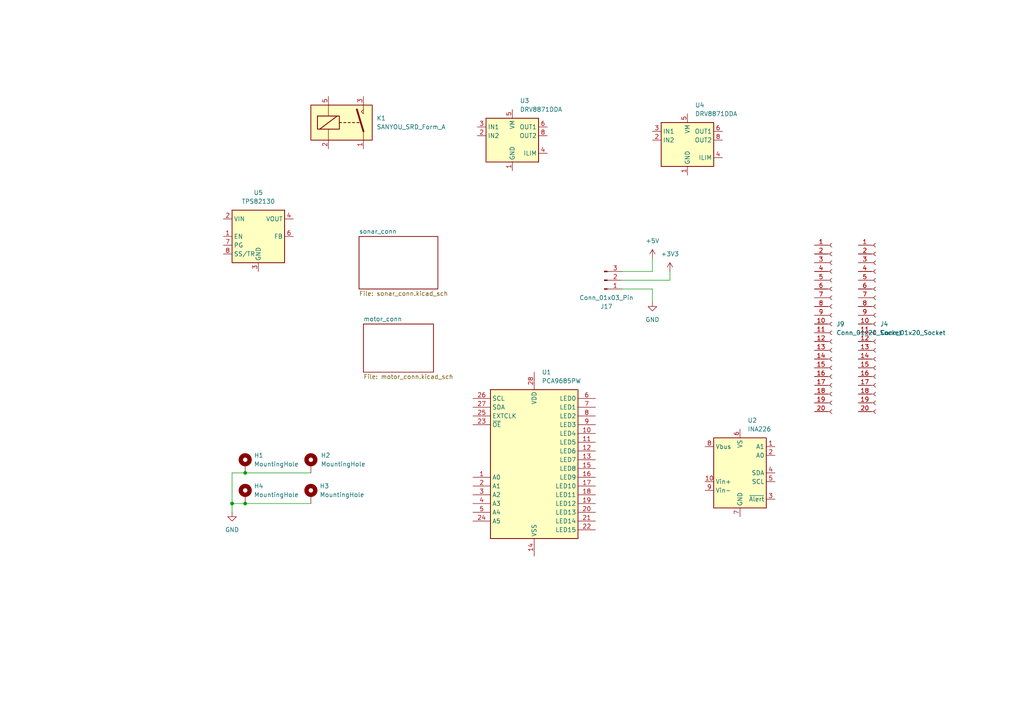
<source format=kicad_sch>
(kicad_sch (version 20231120) (generator "eeschema") (generator_version "8.0")
  (paper "A4")
  (lib_symbols
    (symbol "Connector:Conn_01x03_Pin" (pin_names (offset 1.016) hide)
      (property "Reference" "J" (at 0 5.08 0))
      (property "Value" "Conn_01x03_Pin" (at 0 -5.08 0))
      (symbol "Conn_01x03_Pin_1_1"
        (polyline (pts (xy 1.27 -2.54) (xy 0.8636 -2.54)) (stroke (width 0.1524)))
        (polyline (pts (xy 1.27 0) (xy 0.8636 0)) (stroke (width 0.1524)))
        (polyline (pts (xy 1.27 2.54) (xy 0.8636 2.54)) (stroke (width 0.1524)))
        (rectangle (start 0.8636 -2.413) (end 0 -2.667) (stroke (width 0.1524)) (fill (type outline)))
        (rectangle (start 0.8636 0.127) (end 0 -0.127) (stroke (width 0.1524)) (fill (type outline)))
        (rectangle (start 0.8636 2.667) (end 0 2.413) (stroke (width 0.1524)) (fill (type outline)))
        (pin passive line (at 5.08 2.54 180) (length 3.81) (name "Pin_1") (number "1"))
        (pin passive line (at 5.08 0 180) (length 3.81) (name "Pin_2") (number "2"))
        (pin passive line (at 5.08 -2.54 180) (length 3.81) (name "Pin_3") (number "3"))
      )
    )
    (symbol "Connector:Conn_01x20_Socket" (pin_names (offset 1.016) hide)
      (property "Reference" "J" (at 0 25.4 0))
      (property "Value" "Conn_01x20_Socket" (at 0 -27.94 0))
      (symbol "Conn_01x20_Socket_1_1"
        (arc (start 0 -24.892) (mid -0.5058 -25.4) (end 0 -25.908) (stroke (width 0.1524)))
        (arc (start 0 -22.352) (mid -0.5058 -22.86) (end 0 -23.368) (stroke (width 0.1524)))
        (arc (start 0 -19.812) (mid -0.5058 -20.32) (end 0 -20.828) (stroke (width 0.1524)))
        (arc (start 0 -17.272) (mid -0.5058 -17.78) (end 0 -18.288) (stroke (width 0.1524)))
        (arc (start 0 -14.732) (mid -0.5058 -15.24) (end 0 -15.748) (stroke (width 0.1524)))
        (arc (start 0 -12.192) (mid -0.5058 -12.7) (end 0 -13.208) (stroke (width 0.1524)))
        (arc (start 0 -9.652) (mid -0.5058 -10.16) (end 0 -10.668) (stroke (width 0.1524)))
        (arc (start 0 -7.112) (mid -0.5058 -7.62) (end 0 -8.128) (stroke (width 0.1524)))
        (arc (start 0 -4.572) (mid -0.5058 -5.08) (end 0 -5.588) (stroke (width 0.1524)))
        (arc (start 0 -2.032) (mid -0.5058 -2.54) (end 0 -3.048) (stroke (width 0.1524)))
        (polyline (pts (xy -1.27 -25.4) (xy -0.508 -25.4)) (stroke (width 0.1524)))
        (polyline (pts (xy -1.27 -22.86) (xy -0.508 -22.86)) (stroke (width 0.1524)))
        (polyline (pts (xy -1.27 -20.32) (xy -0.508 -20.32)) (stroke (width 0.1524)))
        (polyline (pts (xy -1.27 -17.78) (xy -0.508 -17.78)) (stroke (width 0.1524)))
        (polyline (pts (xy -1.27 -15.24) (xy -0.508 -15.24)) (stroke (width 0.1524)))
        (polyline (pts (xy -1.27 -12.7) (xy -0.508 -12.7)) (stroke (width 0.1524)))
        (polyline (pts (xy -1.27 -10.16) (xy -0.508 -10.16)) (stroke (width 0.1524)))
        (polyline (pts (xy -1.27 -7.62) (xy -0.508 -7.62)) (stroke (width 0.1524)))
        (polyline (pts (xy -1.27 -5.08) (xy -0.508 -5.08)) (stroke (width 0.1524)))
        (polyline (pts (xy -1.27 -2.54) (xy -0.508 -2.54)) (stroke (width 0.1524)))
        (polyline (pts (xy -1.27 0) (xy -0.508 0)) (stroke (width 0.1524)))
        (polyline (pts (xy -1.27 2.54) (xy -0.508 2.54)) (stroke (width 0.1524)))
        (polyline (pts (xy -1.27 5.08) (xy -0.508 5.08)) (stroke (width 0.1524)))
        (polyline (pts (xy -1.27 7.62) (xy -0.508 7.62)) (stroke (width 0.1524)))
        (polyline (pts (xy -1.27 10.16) (xy -0.508 10.16)) (stroke (width 0.1524)))
        (polyline (pts (xy -1.27 12.7) (xy -0.508 12.7)) (stroke (width 0.1524)))
        (polyline (pts (xy -1.27 15.24) (xy -0.508 15.24)) (stroke (width 0.1524)))
        (polyline (pts (xy -1.27 17.78) (xy -0.508 17.78)) (stroke (width 0.1524)))
        (polyline (pts (xy -1.27 20.32) (xy -0.508 20.32)) (stroke (width 0.1524)))
        (polyline (pts (xy -1.27 22.86) (xy -0.508 22.86)) (stroke (width 0.1524)))
        (arc (start 0 0.508) (mid -0.5058 0) (end 0 -0.508) (stroke (width 0.1524)))
        (arc (start 0 3.048) (mid -0.5058 2.54) (end 0 2.032) (stroke (width 0.1524)))
        (arc (start 0 5.588) (mid -0.5058 5.08) (end 0 4.572) (stroke (width 0.1524)))
        (arc (start 0 8.128) (mid -0.5058 7.62) (end 0 7.112) (stroke (width 0.1524)))
        (arc (start 0 10.668) (mid -0.5058 10.16) (end 0 9.652) (stroke (width 0.1524)))
        (arc (start 0 13.208) (mid -0.5058 12.7) (end 0 12.192) (stroke (width 0.1524)))
        (arc (start 0 15.748) (mid -0.5058 15.24) (end 0 14.732) (stroke (width 0.1524)))
        (arc (start 0 18.288) (mid -0.5058 17.78) (end 0 17.272) (stroke (width 0.1524)))
        (arc (start 0 20.828) (mid -0.5058 20.32) (end 0 19.812) (stroke (width 0.1524)))
        (arc (start 0 23.368) (mid -0.5058 22.86) (end 0 22.352) (stroke (width 0.1524)))
        (pin passive line (at -5.08 22.86 0) (length 3.81) (name "Pin_1") (number "1"))
        (pin passive line (at -5.08 0 0) (length 3.81) (name "Pin_10") (number "10"))
        (pin passive line (at -5.08 -2.54 0) (length 3.81) (name "Pin_11") (number "11"))
        (pin passive line (at -5.08 -5.08 0) (length 3.81) (name "Pin_12") (number "12"))
        (pin passive line (at -5.08 -7.62 0) (length 3.81) (name "Pin_13") (number "13"))
        (pin passive line (at -5.08 -10.16 0) (length 3.81) (name "Pin_14") (number "14"))
        (pin passive line (at -5.08 -12.7 0) (length 3.81) (name "Pin_15") (number "15"))
        (pin passive line (at -5.08 -15.24 0) (length 3.81) (name "Pin_16") (number "16"))
        (pin passive line (at -5.08 -17.78 0) (length 3.81) (name "Pin_17") (number "17"))
        (pin passive line (at -5.08 -20.32 0) (length 3.81) (name "Pin_18") (number "18"))
        (pin passive line (at -5.08 -22.86 0) (length 3.81) (name "Pin_19") (number "19"))
        (pin passive line (at -5.08 20.32 0) (length 3.81) (name "Pin_2") (number "2"))
        (pin passive line (at -5.08 -25.4 0) (length 3.81) (name "Pin_20") (number "20"))
        (pin passive line (at -5.08 17.78 0) (length 3.81) (name "Pin_3") (number "3"))
        (pin passive line (at -5.08 15.24 0) (length 3.81) (name "Pin_4") (number "4"))
        (pin passive line (at -5.08 12.7 0) (length 3.81) (name "Pin_5") (number "5"))
        (pin passive line (at -5.08 10.16 0) (length 3.81) (name "Pin_6") (number "6"))
        (pin passive line (at -5.08 7.62 0) (length 3.81) (name "Pin_7") (number "7"))
        (pin passive line (at -5.08 5.08 0) (length 3.81) (name "Pin_8") (number "8"))
        (pin passive line (at -5.08 2.54 0) (length 3.81) (name "Pin_9") (number "9"))
      )
    )
    (symbol "Driver_LED:PCA9685PW"
      (property "Reference" "U" (at -12.7 22.225 0))
      (property "Value" "PCA9685PW" (at 1.27 22.225 0))
      (symbol "PCA9685PW_0_1"
        (rectangle (start -12.7 20.32) (end 12.7 -22.86) (stroke (width 0.254)) (fill (type background)))
      )
      (symbol "PCA9685PW_1_1"
        (pin input line (at -17.78 -5.08 0) (length 5.08) (name "A0") (number "1"))
        (pin output line (at 17.78 7.62 180) (length 5.08) (name "LED4") (number "10"))
        (pin output line (at 17.78 5.08 180) (length 5.08) (name "LED5") (number "11"))
        (pin output line (at 17.78 2.54 180) (length 5.08) (name "LED6") (number "12"))
        (pin output line (at 17.78 0 180) (length 5.08) (name "LED7") (number "13"))
        (pin power_in line (at 0 -27.94 90) (length 5.08) (name "VSS") (number "14"))
        (pin output line (at 17.78 -2.54 180) (length 5.08) (name "LED8") (number "15"))
        (pin output line (at 17.78 -5.08 180) (length 5.08) (name "LED9") (number "16"))
        (pin output line (at 17.78 -7.62 180) (length 5.08) (name "LED10") (number "17"))
        (pin output line (at 17.78 -10.16 180) (length 5.08) (name "LED11") (number "18"))
        (pin output line (at 17.78 -12.7 180) (length 5.08) (name "LED12") (number "19"))
        (pin input line (at -17.78 -7.62 0) (length 5.08) (name "A1") (number "2"))
        (pin output line (at 17.78 -15.24 180) (length 5.08) (name "LED13") (number "20"))
        (pin output line (at 17.78 -17.78 180) (length 5.08) (name "LED14") (number "21"))
        (pin output line (at 17.78 -20.32 180) (length 5.08) (name "LED15") (number "22"))
        (pin input line (at -17.78 10.16 0) (length 5.08) (name "~{OE}") (number "23"))
        (pin input line (at -17.78 -17.78 0) (length 5.08) (name "A5") (number "24"))
        (pin input line (at -17.78 12.7 0) (length 5.08) (name "EXTCLK") (number "25"))
        (pin input line (at -17.78 17.78 0) (length 5.08) (name "SCL") (number "26"))
        (pin bidirectional line (at -17.78 15.24 0) (length 5.08) (name "SDA") (number "27"))
        (pin power_in line (at 0 25.4 270) (length 5.08) (name "VDD") (number "28"))
        (pin input line (at -17.78 -10.16 0) (length 5.08) (name "A2") (number "3"))
        (pin input line (at -17.78 -12.7 0) (length 5.08) (name "A3") (number "4"))
        (pin input line (at -17.78 -15.24 0) (length 5.08) (name "A4") (number "5"))
        (pin output line (at 17.78 17.78 180) (length 5.08) (name "LED0") (number "6"))
        (pin output line (at 17.78 15.24 180) (length 5.08) (name "LED1") (number "7"))
        (pin output line (at 17.78 12.7 180) (length 5.08) (name "LED2") (number "8"))
        (pin output line (at 17.78 10.16 180) (length 5.08) (name "LED3") (number "9"))
      )
    )
    (symbol "Driver_Motor:DRV8871DDA"
      (property "Reference" "U" (at -6.35 6.35 0))
      (property "Value" "DRV8871DDA" (at 8.89 6.35 0))
      (symbol "DRV8871DDA_0_1"
        (rectangle (start -7.62 5.08) (end 7.62 -7.62) (stroke (width 0.254)) (fill (type background)))
      )
      (symbol "DRV8871DDA_1_1"
        (pin power_in line (at 0 -10.16 90) (length 2.54) (name "GND") (number "1"))
        (pin input line (at -10.16 0 0) (length 2.54) (name "IN2") (number "2"))
        (pin input line (at -10.16 2.54 0) (length 2.54) (name "IN1") (number "3"))
        (pin passive line (at 10.16 -5.08 180) (length 2.54) (name "ILIM") (number "4"))
        (pin power_in line (at 0 7.62 270) (length 2.54) (name "VM") (number "5"))
        (pin output line (at 10.16 2.54 180) (length 2.54) (name "OUT1") (number "6"))
        (pin passive line (at 0 -10.16 90) (length 2.54) hide (name "GND") (number "7"))
        (pin output line (at 10.16 0 180) (length 2.54) (name "OUT2") (number "8"))
        (pin passive line (at 0 -10.16 90) (length 2.54) hide (name "GND") (number "9"))
      )
    )
    (symbol "Mechanical:MountingHole_Pad" (pin_numbers hide) (pin_names (offset 1.016) hide)
      (property "Reference" "H" (at 0 6.35 0))
      (property "Value" "MountingHole_Pad" (at 0 4.445 0))
      (symbol "MountingHole_Pad_0_1"
        (circle (center 0 1.27) (radius 1.27) (stroke (width 1.27)))
      )
      (symbol "MountingHole_Pad_1_1"
        (pin input line (at 0 -2.54 90) (length 2.54) (name "1") (number "1"))
      )
    )
    (symbol "Regulator_Switching:TPS82130"
      (property "Reference" "U" (at 1.27 11.43 0))
      (property "Value" "TPS82130" (at 5.08 8.89 0))
      (symbol "TPS82130_0_1"
        (rectangle (start -7.62 7.62) (end 7.62 -7.62) (stroke (width 0.254)) (fill (type background)))
      )
      (symbol "TPS82130_1_1"
        (pin input line (at -10.16 0 0) (length 2.54) (name "EN") (number "1"))
        (pin power_in line (at -10.16 5.08 0) (length 2.54) (name "VIN") (number "2"))
        (pin power_in line (at 0 -10.16 90) (length 2.54) (name "GND") (number "3"))
        (pin power_out line (at 10.16 5.08 180) (length 2.54) (name "VOUT") (number "4"))
        (pin passive line (at 10.16 5.08 180) (length 2.54) hide (name "VOUT") (number "5"))
        (pin input line (at 10.16 0 180) (length 2.54) (name "FB") (number "6"))
        (pin open_collector line (at -10.16 -2.54 0) (length 2.54) (name "PG") (number "7"))
        (pin input line (at -10.16 -5.08 0) (length 2.54) (name "SS/TR") (number "8"))
        (pin passive line (at 0 -10.16 90) (length 2.54) hide (name "GND") (number "9"))
      )
    )
    (symbol "Relay:SANYOU_SRD_Form_A"
      (property "Reference" "K" (at 8.89 3.81 0))
      (property "Value" "SANYOU_SRD_Form_A" (at 8.89 1.27 0))
      (symbol "SANYOU_SRD_Form_A_0_0"
        (polyline (pts (xy 5.08 5.08) (xy 5.08 2.54) (xy 4.445 3.175) (xy 5.08 3.81)))
      )
      (symbol "SANYOU_SRD_Form_A_0_1"
        (rectangle (start -10.16 5.08) (end 7.62 -5.08) (stroke (width 0.254)) (fill (type background)))
        (rectangle (start -8.255 1.905) (end -1.905 -1.905) (stroke (width 0.254)))
        (polyline (pts (xy -7.62 -1.905) (xy -2.54 1.905)) (stroke (width 0.254)))
        (polyline (pts (xy -5.08 -5.08) (xy -5.08 -1.905)))
        (polyline (pts (xy -5.08 5.08) (xy -5.08 1.905)))
        (polyline (pts (xy -1.905 0) (xy -1.27 0)) (stroke (width 0.254)))
        (polyline (pts (xy -0.635 0) (xy 0 0)) (stroke (width 0.254)))
        (polyline (pts (xy 0.635 0) (xy 1.27 0)) (stroke (width 0.254)))
        (polyline (pts (xy 1.905 0) (xy 2.54 0)) (stroke (width 0.254)))
        (polyline (pts (xy 3.175 0) (xy 3.81 0)) (stroke (width 0.254)))
        (polyline (pts (xy 5.08 -2.54) (xy 3.175 3.81)) (stroke (width 0.508)))
        (polyline (pts (xy 5.08 -2.54) (xy 5.08 -5.08)))
      )
      (symbol "SANYOU_SRD_Form_A_1_1"
        (pin passive line (at 5.08 -7.62 90) (length 2.54) (name "~") (number "1"))
        (pin passive line (at -5.08 -7.62 90) (length 2.54) (name "~") (number "2"))
        (pin passive line (at 5.08 7.62 270) (length 2.54) (name "~") (number "3"))
        (pin passive line (at -5.08 7.62 270) (length 2.54) (name "~") (number "5"))
      )
    )
    (symbol "Sensor_Energy:INA226"
      (property "Reference" "U" (at -6.35 11.43 0))
      (property "Value" "INA226" (at 3.81 11.43 0))
      (symbol "INA226_0_1"
        (rectangle (start 7.62 10.16) (end -7.62 -10.16) (stroke (width 0.254)) (fill (type background)))
      )
      (symbol "INA226_1_1"
        (pin input line (at 10.16 7.62 180) (length 2.54) (name "A1") (number "1"))
        (pin input line (at -10.16 -2.54 0) (length 2.54) (name "Vin+") (number "10"))
        (pin input line (at 10.16 5.08 180) (length 2.54) (name "A0") (number "2"))
        (pin open_collector line (at 10.16 -7.62 180) (length 2.54) (name "~{Alert}") (number "3"))
        (pin bidirectional line (at 10.16 0 180) (length 2.54) (name "SDA") (number "4"))
        (pin input line (at 10.16 -2.54 180) (length 2.54) (name "SCL") (number "5"))
        (pin power_in line (at 0 12.7 270) (length 2.54) (name "VS") (number "6"))
        (pin power_in line (at 0 -12.7 90) (length 2.54) (name "GND") (number "7"))
        (pin input line (at -10.16 7.62 0) (length 2.54) (name "Vbus") (number "8"))
        (pin input line (at -10.16 -5.08 0) (length 2.54) (name "Vin-") (number "9"))
      )
    )
    (symbol "power:+3V3" (power) (pin_names (offset 0))
      (property "Value" "+3V3" (at 0 3.556 0))
      (symbol "+3V3_0_1"
        (polyline (pts (xy -0.762 1.27) (xy 0 2.54)))
        (polyline (pts (xy 0 0) (xy 0 2.54)))
        (polyline (pts (xy 0 2.54) (xy 0.762 1.27)))
      )
      (symbol "+3V3_1_1"
        (pin power_in line (at 0 0 90) (length 0) hide (name "+3V3") (number "1"))
      )
    )
    (symbol "power:+5V" (power) (pin_names (offset 0))
      (property "Value" "+5V" (at 0 3.556 0))
      (symbol "+5V_0_1"
        (polyline (pts (xy -0.762 1.27) (xy 0 2.54)))
        (polyline (pts (xy 0 0) (xy 0 2.54)))
        (polyline (pts (xy 0 2.54) (xy 0.762 1.27)))
      )
      (symbol "+5V_1_1"
        (pin power_in line (at 0 0 90) (length 0) hide (name "+5V") (number "1"))
      )
    )
    (symbol "power:GND" (power) (pin_names (offset 0))
      (property "Value" "GND" (at 0 -3.81 0))
      (symbol "GND_0_1"
        (polyline (pts (xy 0 0) (xy 0 -1.27) (xy 1.27 -1.27) (xy 0 -2.54) (xy -1.27 -1.27) (xy 0 -1.27)))
      )
      (symbol "GND_1_1"
        (pin power_in line (at 0 0 270) (length 0) hide (name "GND") (number "1"))
      )
    )
  )
  (junction (at 71.12 137.16))
  (junction (at 71.12 146.05))
  (junction (at 67.31 146.05))
  (wire (pts (xy 67.31 146.05) (xy 71.12 146.05)))
  (wire (pts (xy 189.23 87.63) (xy 189.23 83.82)))
  (wire (pts (xy 71.12 137.16) (xy 90.17 137.16)))
  (wire (pts (xy 189.23 83.82) (xy 180.34 83.82)))
  (wire (pts (xy 67.31 137.16) (xy 71.12 137.16)))
  (wire (pts (xy 194.31 78.74) (xy 194.31 81.28)))
  (wire (pts (xy 180.34 78.74) (xy 189.23 78.74)))
  (wire (pts (xy 67.31 148.59) (xy 67.31 146.05)))
  (wire (pts (xy 67.31 146.05) (xy 67.31 137.16)))
  (wire (pts (xy 189.23 74.93) (xy 189.23 78.74)))
  (wire (pts (xy 71.12 146.05) (xy 90.17 146.05)))
  (wire (pts (xy 194.31 81.28) (xy 180.34 81.28)))
  (symbol (lib_id "Relay:SANYOU_SRD_Form_A") (at 100.33 35.56 0) (unit 1)
    (property "Reference" "K1" (at 109.22 34.2899 0) (effects (justify left)))
    (property "Value" "SANYOU_SRD_Form_A" (at 109.22 36.8299 0) (effects (justify left)))
    (property "Footprint" "Relay_THT:Relay_SPST_SANYOU_SRD_Series_Form_A" (effects (hide yes)))
    (property "Datasheet" "http://www.sanyourelay.ca/public/products/pdf/SRD.pdf" (effects (hide yes)))
    (property "Description" "Sanyo SRD relay, Single Pole Miniature Power Relay, Closing Contact" (effects (hide yes)))
  )
  (symbol (lib_id "Connector:Conn_01x20_Socket") (at 241.3 93.98 0) (unit 1)
    (property "Reference" "J9" (at 242.57 93.9799 0) (effects (justify left)))
    (property "Value" "Conn_01x20_Socket" (at 242.57 96.5199 0) (effects (justify left)))
    (property "Footprint" "Connector_PinHeader_2.54mm:PinHeader_1x20_P2.54mm_Vertical" (effects (hide yes)))
    (property "Description" "Generic connector, single row, 01x20, script generated" (effects (hide yes)))
  )
  (symbol (lib_id "Mechanical:MountingHole_Pad") (at 71.12 134.62 0) (unit 1)
    (property "Reference" "H1" (at 73.66 132.08 0) (effects (justify left)))
    (property "Value" "MountingHole" (at 73.66 134.62 0) (effects (justify left)))
    (property "Footprint" "MountingHole:MountingHole_3.2mm_M3_DIN965_Pad" (effects (hide yes)))
  )
  (symbol (lib_id "Driver_LED:PCA9685PW") (at 154.94 133.35 0) (unit 1)
    (property "Reference" "U1" (at 157.1341 107.95 0) (effects (justify left)))
    (property "Value" "PCA9685PW" (at 157.1341 110.49 0) (effects (justify left)))
    (property "Footprint" "Package_SO:TSSOP-28_4.4x9.7mm_P0.65mm" (effects (hide yes)))
    (property "Datasheet" "http://www.nxp.com/docs/en/data-sheet/PCA9685.pdf" (effects (hide yes)))
    (property "Description" "16-channel 12-bit PWM Fm+ I2C-bus LED controller RGBA TSSOP" (effects (hide yes)))
  )
  (symbol (lib_id "Mechanical:MountingHole_Pad") (at 71.12 143.51 0) (unit 1)
    (property "Reference" "H4" (at 73.66 140.97 0) (effects (justify left)))
    (property "Value" "MountingHole" (at 73.66 143.51 0) (effects (justify left)))
    (property "Footprint" "MountingHole:MountingHole_3.2mm_M3_DIN965_Pad" (effects (hide yes)))
  )
  (symbol (lib_id "Connector:Conn_01x03_Pin") (at 175.26 81.28 0) (mirror x) (unit 1)
    (property "Reference" "J17" (at 175.895 88.9 0))
    (property "Value" "Conn_01x03_Pin" (at 175.895 86.36 0))
    (property "Footprint" "Connector_JST:JST_XH_B3B-XH-A_1x03_P2.50mm_Vertical" (effects (hide yes)))
    (property "LCSC" "C144394" (effects (hide yes)))
  )
  (symbol (lib_id "power:GND") (at 189.23 87.63 0) (unit 1)
    (property "Reference" "#PWR023" (effects (hide yes)))
    (property "Value" "GND" (at 189.23 92.71 0))
  )
  (symbol (lib_id "Sensor_Energy:INA226") (at 214.63 137.16 0) (unit 1)
    (property "Reference" "U2" (at 216.8241 121.92 0) (effects (justify left)))
    (property "Value" "INA226" (at 216.8241 124.46 0) (effects (justify left)))
    (property "Footprint" "Package_SO:VSSOP-10_3x3mm_P0.5mm" (effects (hide yes)))
    (property "Datasheet" "http://www.ti.com/lit/ds/symlink/ina226.pdf" (effects (hide yes)))
    (property "Description" "High-Side or Low-Side Measurement, Bi-Directional Current and Power Monitor (0-36V) with I2C Compatible Interface, VSSOP-10" (effects (hide yes)))
  )
  (symbol (lib_id "Driver_Motor:DRV8871DDA") (at 199.39 40.64 0) (unit 1)
    (property "Reference" "U4" (at 201.5841 30.48 0) (effects (justify left)))
    (property "Value" "DRV8871DDA" (at 201.5841 33.02 0) (effects (justify left)))
    (property "Footprint" "Package_SO:Texas_HTSOP-8-1EP_3.9x4.9mm_P1.27mm_EP2.95x4.9mm_Mask2.4x3.1mm_ThermalVias" (effects (hide yes)))
    (property "Datasheet" "http://www.ti.com/lit/ds/symlink/drv8871.pdf" (effects (hide yes)))
    (property "Description" "Brushed DC Motor Driver, PWM Control, 45V, 3.6A, Current limiting, HTSOP-8" (effects (hide yes)))
  )
  (symbol (lib_id "power:+5V") (at 189.23 74.93 0) (unit 1)
    (property "Reference" "#PWR022" (effects (hide yes)))
    (property "Value" "+5V" (at 189.23 69.85 0))
  )
  (symbol (lib_id "Mechanical:MountingHole_Pad") (at 90.17 134.62 0) (unit 1)
    (property "Reference" "H2" (at 93.0448 132.08 0) (effects (justify left)))
    (property "Value" "MountingHole" (at 93.0448 134.62 0) (effects (justify left)))
    (property "Footprint" "MountingHole:MountingHole_3.2mm_M3_DIN965_Pad" (effects (hide yes)))
  )
  (symbol (lib_id "Connector:Conn_01x20_Socket") (at 254 93.98 0) (unit 1)
    (property "Reference" "J4" (at 255.27 93.9799 0) (effects (justify left)))
    (property "Value" "Conn_01x20_Socket" (at 255.27 96.5199 0) (effects (justify left)))
    (property "Footprint" "Connector_PinHeader_2.54mm:PinHeader_1x20_P2.54mm_Vertical" (effects (hide yes)))
    (property "Description" "Generic connector, single row, 01x20, script generated" (effects (hide yes)))
  )
  (symbol (lib_id "Driver_Motor:DRV8871DDA") (at 148.59 39.37 0) (unit 1)
    (property "Reference" "U3" (at 150.7841 29.21 0) (effects (justify left)))
    (property "Value" "DRV8871DDA" (at 150.7841 31.75 0) (effects (justify left)))
    (property "Footprint" "Package_SO:Texas_HTSOP-8-1EP_3.9x4.9mm_P1.27mm_EP2.95x4.9mm_Mask2.4x3.1mm_ThermalVias" (effects (hide yes)))
    (property "Datasheet" "http://www.ti.com/lit/ds/symlink/drv8871.pdf" (effects (hide yes)))
    (property "Description" "Brushed DC Motor Driver, PWM Control, 45V, 3.6A, Current limiting, HTSOP-8" (effects (hide yes)))
  )
  (symbol (lib_id "power:GND") (at 67.31 148.59 0) (unit 1)
    (property "Reference" "#PWR024" (effects (hide yes)))
    (property "Value" "GND" (at 67.31 153.67 0))
  )
  (symbol (lib_id "Mechanical:MountingHole_Pad") (at 90.17 143.51 0) (unit 1)
    (property "Reference" "H3" (at 92.71 140.97 0) (effects (justify left)))
    (property "Value" "MountingHole" (at 92.71 143.51 0) (effects (justify left)))
    (property "Footprint" "MountingHole:MountingHole_3.2mm_M3_DIN965_Pad" (effects (hide yes)))
  )
  (symbol (lib_id "Regulator_Switching:TPS82130") (at 74.93 68.58 0) (unit 1)
    (property "Reference" "U5" (at 74.93 55.88 0))
    (property "Value" "TPS82130" (at 74.93 58.42 0))
    (property "Footprint" "Package_LGA:Texas_SIL0008D_MicroSiP-8-1EP_2.8x3mm_P0.65mm_EP1.1x1.9mm_ThermalVias" (effects (hide yes)))
    (property "Datasheet" "http://www.ti.com/lit/ds/symlink/tps82130.pdf" (effects (hide yes)))
    (property "Description" "17V Input 3A Step-Down Converter MicroSiP Module with Integrated Inductor, μSiL-8" (effects (hide yes)))
  )
  (symbol (lib_id "power:+3V3") (at 194.31 78.74 0) (unit 1)
    (property "Reference" "#PWR020" (effects (hide yes)))
    (property "Value" "+3V3" (at 194.31 73.66 0))
  )
  (sheet (at 105.41 93.98) (size 20.32 13.97) (stroke (width 0.1524))
    (property "Sheetname" "motor_conn" (at 105.41 93.2684 0) (effects (justify left bottom)))
    (property "Sheetfile" "motor_conn.kicad_sch" (at 105.41 108.5346 0) (effects (justify left top)))
  )
  (sheet (at 104.14 68.58) (size 22.86 15.24) (stroke (width 0.1524))
    (property "Sheetname" "sonar_conn" (at 104.14 67.8684 0) (effects (justify left bottom)))
    (property "Sheetfile" "sonar_conn.kicad_sch" (at 104.14 84.4046 0) (effects (justify left top)))
  )
)
</source>
